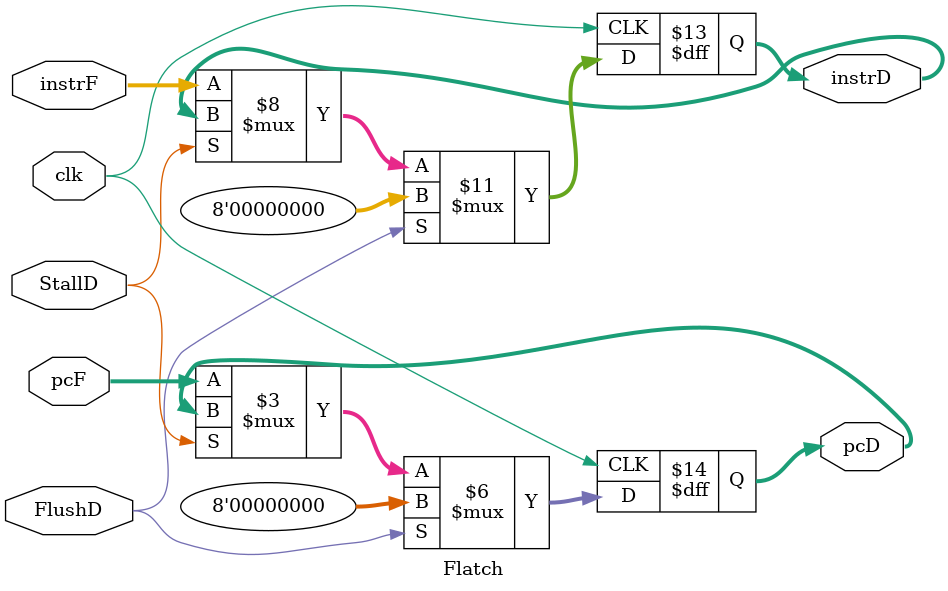
<source format=v>
module Flatch(
    input       clk,        // system clock
    input       FlushD,      // flush signal for Decode stage
    input       StallD,      // stall signal (freeze Decode stage)
    input       [7:0] instrF,// instruction from Fetch stage
    input       [7:0] pcF,   // program counter from Fetch stage

    output reg  [7:0] instrD,// instruction to Decode stage
    output reg  [7:0] pcD    // program counter to Decode stage
);

    // Sequential logic: triggered on rising clock edge
    always @(posedge clk) begin

        // ----------------------------------------------------
        // Flush Decode stage (insert NOP)
        // Used for branch / control hazards
        // ----------------------------------------------------
        if(FlushD) begin
            instrD <= 8'b0;
            pcD    <= 8'b0;
        end 

        // ----------------------------------------------------
        // Normal operation (no stall):
        // pass Fetch values to Decode stage
        // ----------------------------------------------------
        else if(!StallD) begin
            instrD <= instrF;
            pcD    <= pcF;      
        end     

        // If StallD = 1:
        // Hold previous values (no update)
    end
endmodule

</source>
